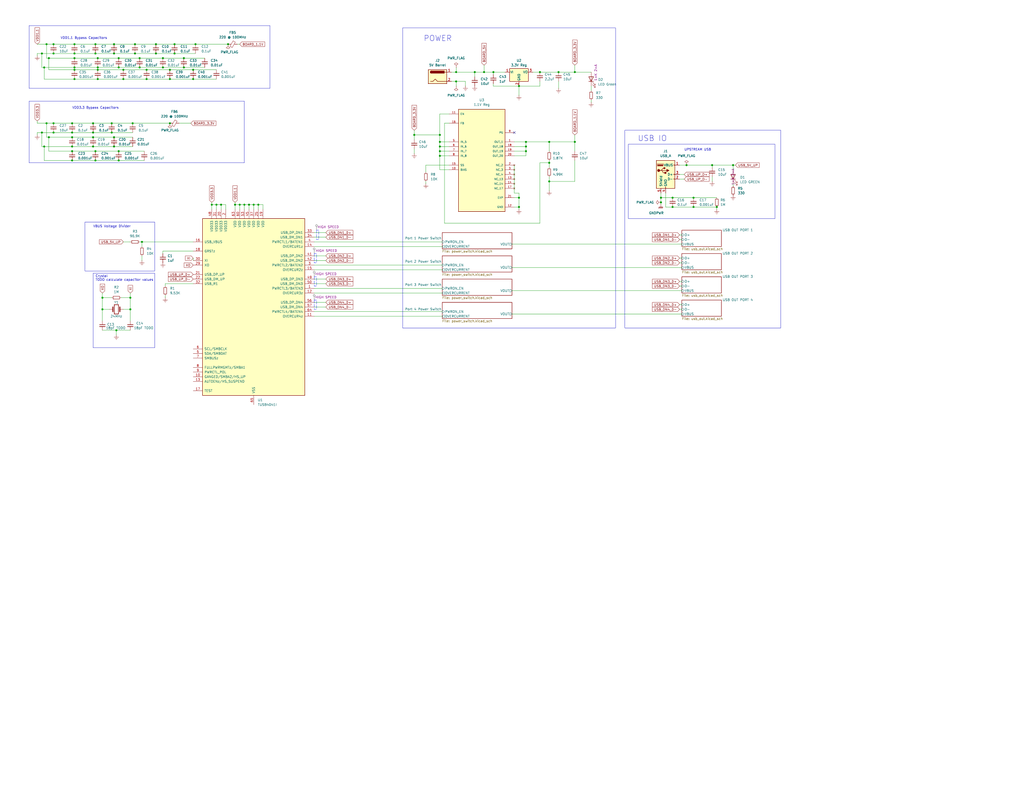
<source format=kicad_sch>
(kicad_sch (version 20250114) (generator "eeschema") (generator_version "9.0")
  (paper "C")
  (title_block (title "TUSB4041PAP"))
  (rectangle (start 219.71 15.24) (end 335.915 179.07))
  (rectangle (start 340.995 71.12) (end 426.085 179.07))
  (rectangle (start 342.9 78.74) (end 422.91 119.38))
  (rectangle (start 46.355 121.285) (end 84.455 147.955))
  (rectangle (start 15.875 55.245) (end 133.35 88.9))
  (rectangle (start 50.8 149.225) (end 84.455 189.865))
  (rectangle (start 15.875 13.97) (end 147.32 48.26))
  (text "UPSTREAM USB" (at 373.38 82.55 0) (effects (font (size 1.27 1.27)) (justify left bottom)))
  (text "VDD1.1 Bypass Capacitors" (at 33.02 21.59 0) (effects (font (size 1.27 1.27)) (justify left bottom)))
  (text "Design Notes\n\n- differential impedance of 90Ohm\n- each differential pair should be 5*trace width apart \n- route all pairs on same layer, next to ground plane\n- avoid 90 degree bends, keep left and right bends equal\n- differential pairs should not exceed 50 mils relative distance\n" (at 124.46 -11.43 0) (effects (font (size 3 3)) (justify left bottom)))
  (text "VDD3.3 Bypass Capacitors" (at 39.37 59.69 0) (effects (font (size 1.27 1.27)) (justify left bottom)))
  (text "USB IO" (at 347.98 77.47 0) (effects (font (size 3 3)) (justify left bottom)))
  (text "Crystal\nTODO calculate capacitor values" (at 52.07 153.67 0) (effects (font (size 1.27 1.27)) (justify left bottom)))
  (text "POWER" (at 231.14 22.86 0) (effects (font (size 3 3)) (justify left bottom)))
  (text "VBUS Voltage Divider" (at 50.8 124.46 0) (effects (font (size 1.27 1.27)) (justify left bottom)))
  (junction (at 76.2 36.83))
  (junction (at 29.21 67.31))
  (junction (at 283.21 46.99))
  (junction (at 105.41 38.1))
  (junction (at 62.23 29.21))
  (junction (at 313.69 77.47))
  (junction (at 374.65 90.17))
  (junction (at 29.21 72.39))
  (junction (at 73.66 24.13))
  (junction (at 25.4 24.13))
  (junction (at 287.02 77.47))
  (junction (at 22.86 29.21))
  (junction (at 115.57 111.76))
  (junction (at 248.92 44.45))
  (junction (at 71.12 162.56))
  (junction (at 62.23 24.13))
  (junction (at 76.2 31.75))
  (junction (at 85.09 29.21))
  (junction (at 226.06 73.66))
  (junction (at 80.01 43.18))
  (junction (at 40.64 29.21))
  (junction (at 52.07 82.55))
  (junction (at 240.03 80.01))
  (junction (at 39.37 80.01))
  (junction (at 378.46 107.95))
  (junction (at 52.07 87.63))
  (junction (at 388.62 90.17))
  (junction (at 25.4 67.31))
  (junction (at 259.08 39.37))
  (junction (at 240.03 77.47))
  (junction (at 391.16 113.03))
  (junction (at 367.03 107.95))
  (junction (at 26.67 31.75))
  (junction (at 67.31 43.18))
  (junction (at 378.46 113.03))
  (junction (at 299.72 99.06))
  (junction (at 106.68 24.13))
  (junction (at 53.34 38.1))
  (junction (at 52.07 24.13))
  (junction (at 88.9 31.75))
  (junction (at 140.97 111.76))
  (junction (at 287.02 82.55))
  (junction (at 77.47 132.08))
  (junction (at 283.21 107.95))
  (junction (at 64.77 31.75))
  (junction (at 100.33 36.83))
  (junction (at 26.67 74.93))
  (junction (at 133.35 111.76))
  (junction (at 85.09 24.13))
  (junction (at 39.37 74.93))
  (junction (at 294.64 39.37))
  (junction (at 64.77 36.83))
  (junction (at 29.21 24.13))
  (junction (at 71.12 168.91))
  (junction (at 95.25 24.13))
  (junction (at 269.24 39.37))
  (junction (at 72.39 67.31))
  (junction (at 240.03 82.55))
  (junction (at 400.05 90.17))
  (junction (at 138.43 111.76))
  (junction (at 22.86 72.39))
  (junction (at 62.23 80.01))
  (junction (at 53.34 36.83))
  (junction (at 287.02 80.01))
  (junction (at 313.69 39.37))
  (junction (at 67.31 38.1))
  (junction (at 73.66 29.21))
  (junction (at 39.37 87.63))
  (junction (at 360.68 107.95))
  (junction (at 39.37 67.31))
  (junction (at 60.96 72.39))
  (junction (at 118.11 111.76))
  (junction (at 40.64 31.75))
  (junction (at 64.77 87.63))
  (junction (at 100.33 31.75))
  (junction (at 24.13 36.83))
  (junction (at 60.96 67.31))
  (junction (at 92.71 67.31))
  (junction (at 53.34 31.75))
  (junction (at 92.71 38.1))
  (junction (at 40.64 24.13))
  (junction (at 50.8 72.39))
  (junction (at 29.21 29.21))
  (junction (at 39.37 72.39))
  (junction (at 299.72 88.9))
  (junction (at 40.64 38.1))
  (junction (at 52.07 29.21))
  (junction (at 50.8 67.31))
  (junction (at 62.23 74.93))
  (junction (at 283.21 113.03))
  (junction (at 50.8 74.93))
  (junction (at 50.8 80.01))
  (junction (at 240.03 85.09))
  (junction (at 92.71 43.18))
  (junction (at 80.01 38.1))
  (junction (at 88.9 36.83))
  (junction (at 128.27 111.76))
  (junction (at 135.89 111.76))
  (junction (at 130.81 111.76))
  (junction (at 24.13 80.01))
  (junction (at 360.68 110.49))
  (junction (at 63.5 180.34))
  (junction (at 40.64 43.18))
  (junction (at 40.64 36.83))
  (junction (at 264.16 39.37))
  (junction (at 124.46 24.13))
  (junction (at 299.72 77.47))
  (junction (at 53.34 43.18))
  (junction (at 64.77 82.55))
  (junction (at 105.41 43.18))
  (junction (at 304.8 39.37))
  (junction (at 95.25 29.21))
  (junction (at 367.03 113.03))
  (junction (at 55.88 168.91))
  (junction (at 248.92 39.37))
  (junction (at 240.03 73.66))
  (junction (at 39.37 82.55))
  (junction (at 55.88 162.56))
  (junction (at 120.65 111.76))
  (no_connect (at 280.67 72.39))
  (wire (pts (xy 240.03 82.55) (xy 240.03 80.01)))
  (wire (pts (xy 71.12 162.56) (xy 66.04 162.56)))
  (wire (pts (xy 50.8 80.01) (xy 62.23 80.01)))
  (wire (pts (xy 248.92 44.45) (xy 254 44.45)))
  (wire (pts (xy 259.08 39.37) (xy 259.08 41.91)))
  (wire (pts (xy 360.68 107.95) (xy 360.68 110.49)))
  (wire (pts (xy 88.9 31.75) (xy 100.33 31.75)))
  (wire (pts (xy 240.03 62.23) (xy 240.03 73.66)))
  (wire (pts (xy 52.07 87.63) (xy 64.77 87.63)))
  (wire (pts (xy 50.8 67.31) (xy 60.96 67.31)))
  (wire (pts (xy 26.67 82.55) (xy 39.37 82.55)))
  (wire (pts (xy 280.67 77.47) (xy 287.02 77.47)))
  (wire (pts (xy 115.57 111.76) (xy 115.57 114.3)))
  (wire (pts (xy 29.21 67.31) (xy 25.4 67.31)))
  (wire (pts (xy 64.77 31.75) (xy 76.2 31.75)))
  (wire (pts (xy 90.17 161.29) (xy 90.17 162.56)))
  (wire (pts (xy 367.03 107.95) (xy 378.46 107.95)))
  (wire (pts (xy 120.65 114.3) (xy 120.65 111.76)))
  (wire (pts (xy 232.41 90.17) (xy 232.41 93.98)))
  (wire (pts (xy 171.45 152.4) (xy 177.8 152.4)))
  (wire (pts (xy 115.57 110.49) (xy 115.57 111.76)))
  (wire (pts (xy 50.8 72.39) (xy 60.96 72.39)))
  (wire (pts (xy 299.72 99.06) (xy 313.69 99.06)))
  (wire (pts (xy 80.01 43.18) (xy 92.71 43.18)))
  (wire (pts (xy 248.92 39.37) (xy 259.08 39.37)))
  (wire (pts (xy 171.45 172.72) (xy 241.3 172.72)))
  (wire (pts (xy 264.16 39.37) (xy 269.24 39.37)))
  (wire (pts (xy 388.62 90.17) (xy 388.62 91.44)))
  (wire (pts (xy 24.13 87.63) (xy 39.37 87.63)))
  (wire (pts (xy 92.71 67.31) (xy 72.39 67.31)))
  (wire (pts (xy 100.33 31.75) (xy 111.76 31.75)))
  (wire (pts (xy 53.34 43.18) (xy 67.31 43.18)))
  (wire (pts (xy 123.19 114.3) (xy 123.19 111.76)))
  (wire (pts (xy 280.67 107.95) (xy 283.21 107.95)))
  (wire (pts (xy 138.43 111.76) (xy 140.97 111.76)))
  (wire (pts (xy 240.03 80.01) (xy 245.11 80.01)))
  (wire (pts (xy 400.05 90.17) (xy 400.05 92.71)))
  (wire (pts (xy 88.9 138.43) (xy 88.9 137.16)))
  (wire (pts (xy 313.69 77.47) (xy 313.69 82.55)))
  (wire (pts (xy 367.03 113.03) (xy 378.46 113.03)))
  (wire (pts (xy 269.24 39.37) (xy 269.24 40.64)))
  (wire (pts (xy 20.32 29.21) (xy 22.86 29.21)))
  (wire (pts (xy 248.92 46.99) (xy 248.92 44.45)))
  (wire (pts (xy 322.58 46.99) (xy 322.58 49.53)))
  (wire (pts (xy 171.45 147.32) (xy 241.3 147.32)))
  (wire (pts (xy 55.88 168.91) (xy 55.88 175.26)))
  (wire (pts (xy 363.22 113.03) (xy 367.03 113.03)))
  (wire (pts (xy 120.65 111.76) (xy 118.11 111.76)))
  (wire (pts (xy 388.62 96.52) (xy 388.62 99.06)))
  (wire (pts (xy 279.4 146.05) (xy 372.11 146.05)))
  (wire (pts (xy 90.17 154.94) (xy 90.17 156.21)))
  (wire (pts (xy 240.03 73.66) (xy 240.03 77.47)))
  (wire (pts (xy 20.32 24.13) (xy 25.4 24.13)))
  (wire (pts (xy 171.45 167.64) (xy 177.8 167.64)))
  (wire (pts (xy 360.68 105.41) (xy 360.68 107.95)))
  (wire (pts (xy 391.16 113.03) (xy 391.16 114.3)))
  (wire (pts (xy 77.47 132.08) (xy 105.41 132.08)))
  (wire (pts (xy 129.54 24.13) (xy 130.81 24.13)))
  (wire (pts (xy 39.37 74.93) (xy 50.8 74.93)))
  (wire (pts (xy 95.25 24.13) (xy 106.68 24.13)))
  (wire (pts (xy 378.46 107.95) (xy 391.16 107.95)))
  (wire (pts (xy 40.64 36.83) (xy 53.34 36.83)))
  (wire (pts (xy 254 44.45) (xy 254 46.99)))
  (wire (pts (xy 400.05 90.17) (xy 401.32 90.17)))
  (wire (pts (xy 88.9 36.83) (xy 100.33 36.83)))
  (wire (pts (xy 92.71 43.18) (xy 105.41 43.18)))
  (wire (pts (xy 280.67 82.55) (xy 287.02 82.55)))
  (wire (pts (xy 55.88 162.56) (xy 60.96 162.56)))
  (wire (pts (xy 245.11 90.17) (xy 232.41 90.17)))
  (wire (pts (xy 130.81 114.3) (xy 130.81 111.76)))
  (wire (pts (xy 55.88 168.91) (xy 59.69 168.91)))
  (wire (pts (xy 360.68 107.95) (xy 367.03 107.95)))
  (wire (pts (xy 25.4 67.31) (xy 20.32 67.31)))
  (wire (pts (xy 29.21 72.39) (xy 22.86 72.39)))
  (wire (pts (xy 64.77 87.63) (xy 78.74 87.63)))
  (wire (pts (xy 283.21 105.41) (xy 283.21 107.95)))
  (wire (pts (xy 313.69 39.37) (xy 322.58 39.37)))
  (wire (pts (xy 67.31 43.18) (xy 80.01 43.18)))
  (wire (pts (xy 25.4 67.31) (xy 25.4 74.93)))
  (wire (pts (xy 171.45 154.94) (xy 177.8 154.94)))
  (wire (pts (xy 290.83 39.37) (xy 294.64 39.37)))
  (wire (pts (xy 245.11 92.71) (xy 240.03 92.71)))
  (wire (pts (xy 71.12 160.02) (xy 71.12 162.56)))
  (wire (pts (xy 24.13 36.83) (xy 24.13 43.18)))
  (wire (pts (xy 63.5 180.34) (xy 71.12 180.34)))
  (wire (pts (xy 62.23 74.93) (xy 72.39 74.93)))
  (wire (pts (xy 313.69 99.06) (xy 313.69 87.63)))
  (wire (pts (xy 360.68 110.49) (xy 360.68 111.76)))
  (wire (pts (xy 171.45 139.7) (xy 177.8 139.7)))
  (wire (pts (xy 73.66 29.21) (xy 85.09 29.21)))
  (wire (pts (xy 100.33 36.83) (xy 111.76 36.83)))
  (wire (pts (xy 171.45 132.08) (xy 241.3 132.08)))
  (wire (pts (xy 287.02 80.01) (xy 287.02 77.47)))
  (wire (pts (xy 140.97 114.3) (xy 140.97 111.76)))
  (wire (pts (xy 171.45 127) (xy 177.8 127)))
  (wire (pts (xy 279.4 158.75) (xy 372.11 158.75)))
  (wire (pts (xy 287.02 82.55) (xy 287.02 80.01)))
  (wire (pts (xy 269.24 45.72) (xy 269.24 46.99)))
  (wire (pts (xy 299.72 96.52) (xy 299.72 99.06)))
  (wire (pts (xy 279.4 133.35) (xy 372.11 133.35)))
  (wire (pts (xy 248.92 36.83) (xy 248.92 39.37)))
  (wire (pts (xy 283.21 46.99) (xy 283.21 52.07)))
  (wire (pts (xy 55.88 162.56) (xy 55.88 168.91)))
  (wire (pts (xy 299.72 88.9) (xy 299.72 91.44)))
  (wire (pts (xy 372.11 140.97) (xy 370.84 140.97)))
  (wire (pts (xy 105.41 38.1) (xy 118.11 38.1)))
  (wire (pts (xy 67.31 168.91) (xy 71.12 168.91)))
  (wire (pts (xy 55.88 160.02) (xy 55.88 162.56)))
  (wire (pts (xy 24.13 36.83) (xy 40.64 36.83)))
  (wire (pts (xy 294.64 88.9) (xy 299.72 88.9)))
  (wire (pts (xy 370.84 95.25) (xy 373.38 95.25)))
  (wire (pts (xy 40.64 38.1) (xy 53.34 38.1)))
  (wire (pts (xy 40.64 43.18) (xy 53.34 43.18)))
  (wire (pts (xy 372.11 168.91) (xy 370.84 168.91)))
  (wire (pts (xy 322.58 54.61) (xy 322.58 55.88)))
  (wire (pts (xy 62.23 24.13) (xy 73.66 24.13)))
  (wire (pts (xy 299.72 77.47) (xy 299.72 82.55)))
  (wire (pts (xy 280.67 105.41) (xy 283.21 105.41)))
  (wire (pts (xy 22.86 72.39) (xy 20.32 72.39)))
  (wire (pts (xy 39.37 87.63) (xy 52.07 87.63)))
  (wire (pts (xy 245.11 62.23) (xy 240.03 62.23)))
  (wire (pts (xy 171.45 129.54) (xy 177.8 129.54)))
  (wire (pts (xy 299.72 77.47) (xy 313.69 77.47)))
  (wire (pts (xy 22.86 36.83) (xy 24.13 36.83)))
  (wire (pts (xy 97.79 67.31) (xy 104.14 67.31)))
  (wire (pts (xy 105.41 43.18) (xy 118.11 43.18)))
  (wire (pts (xy 226.06 71.12) (xy 226.06 73.66)))
  (wire (pts (xy 372.11 166.37) (xy 370.84 166.37)))
  (wire (pts (xy 105.41 140.97) (xy 105.41 142.24)))
  (wire (pts (xy 22.86 80.01) (xy 24.13 80.01)))
  (wire (pts (xy 22.86 72.39) (xy 22.86 80.01)))
  (wire (pts (xy 22.86 29.21) (xy 22.86 36.83)))
  (wire (pts (xy 39.37 82.55) (xy 52.07 82.55)))
  (wire (pts (xy 118.11 114.3) (xy 118.11 111.76)))
  (wire (pts (xy 63.5 180.34) (xy 63.5 182.88)))
  (wire (pts (xy 138.43 114.3) (xy 138.43 111.76)))
  (wire (pts (xy 388.62 90.17) (xy 400.05 90.17)))
  (wire (pts (xy 171.45 134.62) (xy 241.3 134.62)))
  (wire (pts (xy 133.35 111.76) (xy 135.89 111.76)))
  (wire (pts (xy 71.12 168.91) (xy 71.12 175.26)))
  (wire (pts (xy 76.2 36.83) (xy 88.9 36.83)))
  (wire (pts (xy 372.11 156.21) (xy 370.84 156.21)))
  (wire (pts (xy 53.34 36.83) (xy 64.77 36.83)))
  (wire (pts (xy 26.67 31.75) (xy 26.67 38.1)))
  (wire (pts (xy 130.81 111.76) (xy 128.27 111.76)))
  (wire (pts (xy 26.67 74.93) (xy 26.67 82.55)))
  (wire (pts (xy 106.68 24.13) (xy 124.46 24.13)))
  (wire (pts (xy 240.03 82.55) (xy 240.03 85.09)))
  (wire (pts (xy 372.11 143.51) (xy 370.84 143.51)))
  (wire (pts (xy 269.24 46.99) (xy 283.21 46.99)))
  (wire (pts (xy 52.07 24.13) (xy 62.23 24.13)))
  (wire (pts (xy 55.88 180.34) (xy 63.5 180.34)))
  (wire (pts (xy 135.89 114.3) (xy 135.89 111.76)))
  (wire (pts (xy 143.51 114.3) (xy 143.51 111.76)))
  (wire (pts (xy 25.4 31.75) (xy 26.67 31.75)))
  (wire (pts (xy 60.96 67.31) (xy 72.39 67.31)))
  (wire (pts (xy 20.32 66.04) (xy 20.32 67.31)))
  (wire (pts (xy 400.05 100.33) (xy 400.05 101.6)))
  (wire (pts (xy 143.51 111.76) (xy 140.97 111.76)))
  (wire (pts (xy 240.03 85.09) (xy 240.03 92.71)))
  (wire (pts (xy 242.57 67.31) (xy 242.57 121.92)))
  (wire (pts (xy 372.11 130.81) (xy 370.84 130.81)))
  (wire (pts (xy 64.77 82.55) (xy 78.74 82.55)))
  (wire (pts (xy 26.67 31.75) (xy 40.64 31.75)))
  (wire (pts (xy 25.4 24.13) (xy 25.4 31.75)))
  (wire (pts (xy 264.16 35.56) (xy 264.16 39.37)))
  (wire (pts (xy 280.67 85.09) (xy 287.02 85.09)))
  (wire (pts (xy 39.37 72.39) (xy 29.21 72.39)))
  (wire (pts (xy 73.66 24.13) (xy 85.09 24.13)))
  (wire (pts (xy 246.38 39.37) (xy 248.92 39.37)))
  (wire (pts (xy 370.84 97.79) (xy 373.38 97.79)))
  (wire (pts (xy 279.4 171.45) (xy 372.11 171.45)))
  (wire (pts (xy 372.11 153.67) (xy 370.84 153.67)))
  (wire (pts (xy 372.11 128.27) (xy 370.84 128.27)))
  (wire (pts (xy 283.21 113.03) (xy 280.67 113.03)))
  (wire (pts (xy 40.64 24.13) (xy 52.07 24.13)))
  (wire (pts (xy 39.37 72.39) (xy 50.8 72.39)))
  (wire (pts (xy 80.01 38.1) (xy 92.71 38.1)))
  (wire (pts (xy 52.07 82.55) (xy 64.77 82.55)))
  (wire (pts (xy 171.45 142.24) (xy 177.8 142.24)))
  (wire (pts (xy 283.21 107.95) (xy 283.21 113.03)))
  (wire (pts (xy 88.9 137.16) (xy 105.41 137.16)))
  (wire (pts (xy 76.2 132.08) (xy 77.47 132.08)))
  (wire (pts (xy 294.64 39.37) (xy 304.8 39.37)))
  (wire (pts (xy 20.32 29.21) (xy 20.32 30.48)))
  (wire (pts (xy 245.11 67.31) (xy 242.57 67.31)))
  (wire (pts (xy 240.03 80.01) (xy 240.03 77.47)))
  (wire (pts (xy 24.13 80.01) (xy 39.37 80.01)))
  (wire (pts (xy 133.35 114.3) (xy 133.35 111.76)))
  (wire (pts (xy 40.64 29.21) (xy 29.21 29.21)))
  (wire (pts (xy 240.03 82.55) (xy 245.11 82.55)))
  (wire (pts (xy 95.25 29.21) (xy 106.68 29.21)))
  (wire (pts (xy 22.86 29.21) (xy 29.21 29.21)))
  (wire (pts (xy 123.19 111.76) (xy 120.65 111.76)))
  (wire (pts (xy 226.06 73.66) (xy 240.03 73.66)))
  (wire (pts (xy 299.72 88.9) (xy 299.72 87.63)))
  (wire (pts (xy 370.84 90.17) (xy 374.65 90.17)))
  (wire (pts (xy 226.06 81.28) (xy 226.06 83.82)))
  (wire (pts (xy 25.4 74.93) (xy 26.67 74.93)))
  (wire (pts (xy 299.72 99.06) (xy 299.72 104.14)))
  (wire (pts (xy 26.67 38.1) (xy 40.64 38.1)))
  (wire (pts (xy 130.81 111.76) (xy 133.35 111.76)))
  (wire (pts (xy 85.09 29.21) (xy 95.25 29.21)))
  (wire (pts (xy 171.45 157.48) (xy 241.3 157.48)))
  (wire (pts (xy 171.45 170.18) (xy 241.3 170.18)))
  (wire (pts (xy 171.45 160.02) (xy 241.3 160.02)))
  (wire (pts (xy 39.37 67.31) (xy 29.21 67.31)))
  (wire (pts (xy 259.08 39.37) (xy 264.16 39.37)))
  (wire (pts (xy 92.71 38.1) (xy 105.41 38.1)))
  (wire (pts (xy 294.64 46.99) (xy 283.21 46.99)))
  (wire (pts (xy 226.06 73.66) (xy 226.06 76.2)))
  (wire (pts (xy 77.47 139.7) (xy 77.47 142.24)))
  (wire (pts (xy 304.8 39.37) (xy 313.69 39.37)))
  (wire (pts (xy 40.64 31.75) (xy 53.34 31.75)))
  (wire (pts (xy 245.11 85.09) (xy 240.03 85.09)))
  (wire (pts (xy 39.37 67.31) (xy 50.8 67.31)))
  (wire (pts (xy 76.2 31.75) (xy 88.9 31.75)))
  (wire (pts (xy 240.03 77.47) (xy 245.11 77.47)))
  (wire (pts (xy 85.09 24.13) (xy 95.25 24.13)))
  (wire (pts (xy 313.69 73.66) (xy 313.69 77.47)))
  (wire (pts (xy 40.64 24.13) (xy 29.21 24.13)))
  (wire (pts (xy 71.12 162.56) (xy 71.12 168.91)))
  (wire (pts (xy 52.07 29.21) (xy 62.23 29.21)))
  (wire (pts (xy 53.34 38.1) (xy 67.31 38.1)))
  (wire (pts (xy 62.23 29.21) (xy 73.66 29.21)))
  (wire (pts (xy 135.89 111.76) (xy 138.43 111.76)))
  (wire (pts (xy 378.46 113.03) (xy 391.16 113.03)))
  (wire (pts (xy 128.27 110.49) (xy 128.27 111.76)))
  (wire (pts (xy 287.02 77.47) (xy 299.72 77.47)))
  (wire (pts (xy 287.02 85.09) (xy 287.02 82.55)))
  (wire (pts (xy 24.13 43.18) (xy 40.64 43.18)))
  (wire (pts (xy 67.31 38.1) (xy 80.01 38.1)))
  (wire (pts (xy 269.24 39.37) (xy 275.59 39.37)))
  (wire (pts (xy 171.45 165.1) (xy 177.8 165.1)))
  (wire (pts (xy 374.65 90.17) (xy 388.62 90.17)))
  (wire (pts (xy 77.47 132.08) (xy 77.47 134.62)))
  (wire (pts (xy 171.45 144.78) (xy 241.3 144.78)))
  (wire (pts (xy 64.77 36.83) (xy 76.2 36.83)))
  (wire (pts (xy 280.67 90.17) (xy 280.67 105.41)))
  (wire (pts (xy 53.34 31.75) (xy 64.77 31.75)))
  (wire (pts (xy 24.13 80.01) (xy 24.13 87.63)))
  (wire (pts (xy 242.57 121.92) (xy 294.64 121.92)))
  (wire (pts (xy 313.69 35.56) (xy 313.69 39.37)))
  (wire (pts (xy 60.96 72.39) (xy 72.39 72.39)))
  (wire (pts (xy 363.22 105.41) (xy 363.22 113.03)))
  (wire (pts (xy 26.67 74.93) (xy 39.37 74.93)))
  (wire (pts (xy 246.38 44.45) (xy 248.92 44.45)))
  (wire (pts (xy 304.8 44.45) (xy 304.8 48.26)))
  (wire (pts (xy 20.32 72.39) (xy 20.32 73.66)))
  (wire (pts (xy 39.37 80.01) (xy 50.8 80.01)))
  (wire (pts (xy 62.23 80.01) (xy 72.39 80.01)))
  (wire (pts (xy 232.41 99.06) (xy 232.41 100.33)))
  (wire (pts (xy 50.8 74.93) (xy 62.23 74.93)))
  (wire (pts (xy 115.57 111.76) (xy 118.11 111.76)))
  (wire (pts (xy 40.64 29.21) (xy 52.07 29.21)))
  (wire (pts (xy 280.67 80.01) (xy 287.02 80.01)))
  (wire (pts (xy 128.27 111.76) (xy 128.27 114.3)))
  (wire (pts (xy 294.64 88.9) (xy 294.64 121.92)))
  (wire (pts (xy 283.21 113.03) (xy 283.21 114.3)))
  (wire (pts (xy 25.4 24.13) (xy 29.21 24.13)))
  (wire (pts (xy 67.31 132.08) (xy 71.12 132.08)))
  (wire (pts (xy 105.41 154.94) (xy 90.17 154.94)))
  (wire (pts (xy 294.64 44.45) (xy 294.64 46.99)))
  (global_label "USB_DN1_D+" (shape input) (at 177.8 127 0) (property "Intersheetrefs" "${INTERSHEET_REFS}" (effects (hide yes))))
  (global_label "USB_DN3_D+" (shape input) (at 177.8 152.4 0) (property "Intersheetrefs" "${INTERSHEET_REFS}" (effects (hide yes))))
  (global_label "USB_DN2_D+" (shape input) (at 177.8 139.7 0) (property "Intersheetrefs" "${INTERSHEET_REFS}" (effects (hide yes))))
  (global_label "USB_DN3_D-" (shape input) (at 370.84 156.21 180) (property "Intersheetrefs" "${INTERSHEET_REFS}" (effects (hide yes))))
  (global_label "BOARD_3.3V" (shape input) (at 104.14 67.31 0) (property "Intersheetrefs" "${INTERSHEET_REFS}" (effects (hide yes))))
  (global_label "USB_DN2_D-" (shape input) (at 177.8 142.24 0) (property "Intersheetrefs" "${INTERSHEET_REFS}" (effects (hide yes))))
  (global_label "USB_DN4_D+" (shape input) (at 370.84 166.37 180) (property "Intersheetrefs" "${INTERSHEET_REFS}" (effects (hide yes))))
  (global_label "USB_UP_D+" (shape input) (at 373.38 95.25 0) (property "Intersheetrefs" "${INTERSHEET_REFS}" (effects (hide yes))))
  (global_label "USB_DN4_D+" (shape input) (at 177.8 165.1 0) (property "Intersheetrefs" "${INTERSHEET_REFS}" (effects (hide yes))))
  (global_label "USB_DN1_D-" (shape input) (at 177.8 129.54 0) (property "Intersheetrefs" "${INTERSHEET_REFS}" (effects (hide yes))))
  (global_label "XO" (shape input) (at 55.88 160.02 90) (property "Intersheetrefs" "${INTERSHEET_REFS}" (effects (hide yes))))
  (global_label "USB_DN3_D+" (shape input) (at 370.84 153.67 180) (property "Intersheetrefs" "${INTERSHEET_REFS}" (effects (hide yes))))
  (global_label "BOARD_3.3V" (shape input) (at 226.06 71.12 90) (property "Intersheetrefs" "${INTERSHEET_REFS}" (effects (hide yes))))
  (global_label "USB_DN2_D-" (shape input) (at 370.84 143.51 180) (property "Intersheetrefs" "${INTERSHEET_REFS}" (effects (hide yes))))
  (global_label "USB_DN4_D-" (shape input) (at 370.84 168.91 180) (property "Intersheetrefs" "${INTERSHEET_REFS}" (effects (hide yes))))
  (global_label "USB_5V_UP" (shape input) (at 67.31 132.08 180) (property "Intersheetrefs" "${INTERSHEET_REFS}" (effects (hide yes))))
  (global_label "USB_DN4_D-" (shape input) (at 177.8 167.64 0) (property "Intersheetrefs" "${INTERSHEET_REFS}" (effects (hide yes))))
  (global_label "USB_UP_D-" (shape input) (at 105.41 152.4 180) (property "Intersheetrefs" "${INTERSHEET_REFS}" (effects (hide yes))))
  (global_label "VDD3.3" (shape input) (at 115.57 110.49 90) (property "Intersheetrefs" "${INTERSHEET_REFS}" (effects (hide yes))))
  (global_label "USB_UP_D-" (shape input) (at 373.38 97.79 0) (property "Intersheetrefs" "${INTERSHEET_REFS}" (effects (hide yes))))
  (global_label "USB_DN1_D-" (shape input) (at 370.84 130.81 180) (property "Intersheetrefs" "${INTERSHEET_REFS}" (effects (hide yes))))
  (global_label "USB_DN3_D-" (shape input) (at 177.8 154.94 0) (property "Intersheetrefs" "${INTERSHEET_REFS}" (effects (hide yes))))
  (global_label "XI" (shape input) (at 71.12 160.02 90) (property "Intersheetrefs" "${INTERSHEET_REFS}" (effects (hide yes))))
  (global_label "BOARD_1.1V" (shape input) (at 130.81 24.13 0) (property "Intersheetrefs" "${INTERSHEET_REFS}" (effects (hide yes))))
  (global_label "XO" (shape input) (at 105.41 144.78 180) (property "Intersheetrefs" "${INTERSHEET_REFS}" (effects (hide yes))))
  (global_label "XI" (shape input) (at 105.41 140.97 180) (property "Intersheetrefs" "${INTERSHEET_REFS}" (effects (hide yes))))
  (global_label "USB_UP_D+" (shape input) (at 105.41 149.86 180) (property "Intersheetrefs" "${INTERSHEET_REFS}" (effects (hide yes))))
  (global_label "BOARD_3.3V" (shape input) (at 313.69 35.56 90) (property "Intersheetrefs" "${INTERSHEET_REFS}" (effects (hide yes))))
  (global_label "BOARD_5V" (shape input) (at 264.16 35.56 90) (property "Intersheetrefs" "${INTERSHEET_REFS}" (effects (hide yes))))
  (global_label "VDD1.1" (shape input) (at 20.32 24.13 90) (property "Intersheetrefs" "${INTERSHEET_REFS}" (effects (hide yes))))
  (global_label "VDD1.1" (shape input) (at 128.27 110.49 90) (property "Intersheetrefs" "${INTERSHEET_REFS}" (effects (hide yes))))
  (global_label "VDD3.3" (shape input) (at 20.32 66.04 90) (property "Intersheetrefs" "${INTERSHEET_REFS}" (effects (hide yes))))
  (global_label "USB_5V_UP" (shape input) (at 401.32 90.17 0) (property "Intersheetrefs" "${INTERSHEET_REFS}" (effects (hide yes))))
  (global_label "BOARD_1.1V" (shape input) (at 313.69 73.66 90) (property "Intersheetrefs" "${INTERSHEET_REFS}" (effects (hide yes))))
  (global_label "USB_DN1_D+" (shape input) (at 370.84 128.27 180) (property "Intersheetrefs" "${INTERSHEET_REFS}" (effects (hide yes))))
  (global_label "USB_DN2_D+" (shape input) (at 370.84 140.97 180) (property "Intersheetrefs" "${INTERSHEET_REFS}" (effects (hide yes))))
  (rule_area (polyline (pts (xy 171.45 151.13) (xy 171.45 156.21) (xy 172.72 156.21) (xy 172.72 151.13)) (stroke (width 0) (type dash) (color 0 11 255 1))))
  (rule_area (polyline (pts (xy 171.45 138.43) (xy 171.45 143.51) (xy 172.72 143.51) (xy 172.72 138.43)) (stroke (width 0) (type dash) (color 0 11 255 1))))
  (rule_area (polyline (pts (xy 172.72 125.73) (xy 172.72 130.81) (xy 173.99 130.81) (xy 173.99 125.73)) (stroke (width 0) (type dash) (color 0 11 255 1))))
  (rule_area (polyline (pts (xy 171.45 163.83) (xy 171.45 168.91) (xy 172.72 168.91) (xy 172.72 163.83)) (stroke (width 0) (type dash) (color 0 11 255 1))))
  (netclass_flag "" (length 2.54) (shape round) (at 171.45 163.83 0) (property "Netclass" "HIGH SPEED" (at 171.958 162.306 0) (effects (justify left))))
  (netclass_flag "" (length 2.54) (shape round) (at 171.45 151.13 0) (property "Netclass" "HIGH SPEED" (at 171.958 149.606 0) (effects (justify left))))
  (netclass_flag "" (length 2.54) (shape round) (at 171.45 138.43 0) (property "Netclass" "HIGH SPEED" (at 172.212 136.906 0) (effects (justify left))))
  (netclass_flag "" (length 2.54) (shape round) (at 172.72 125.73 0) (property "Netclass" "HIGH SPEED" (at 173.228 123.952 0) (effects (justify left))))
  (symbol (lib_id "Device:FerriteBead_Small") (at 95.25 67.31 90) (unit 1)
    (property "Reference" "FB6" (at 95.2119 60.96 90))
    (property "Value" "220 @ 100MHz" (at 95.2119 63.5 90))
  )
  (symbol (lib_id "power:Earth") (at 299.72 104.14 0) (unit 1)
    (property "Reference" "#PWR019" (effects (hide yes)))
    (property "Value" "Earth" (effects (hide yes)))
  )
  (symbol (lib_id "Device:LED") (at 400.05 96.52 90) (unit 1)
    (property "Reference" "D1" (at 403.86 96.8375 90) (effects (justify right)))
    (property "Value" "LED GREEN" (at 403.86 99.3775 90) (effects (justify right)))
    (property "Sim.Pins" "1=K 2=A" (at 400.05 96.52 0))
  )
  (symbol (lib_id "Device:C_Small") (at 71.12 177.8 0) (unit 1)
    (property "Reference" "C14" (at 74.295 176.5363 0) (effects (justify left)))
    (property "Value" "18pF TODO" (at 73.025 179.07 0) (effects (justify left)))
  )
  (symbol (lib_id "power:Earth") (at 322.58 55.88 0) (unit 1)
    (property "Reference" "#PWR015" (effects (hide yes)))
    (property "Value" "Earth" (effects (hide yes)))
  )
  (symbol (lib_id "power:Earth") (at 283.21 114.3 0) (mirror y) (unit 1)
    (property "Reference" "#PWR017" (effects (hide yes)))
    (property "Value" "Earth" (effects (hide yes)))
  )
  (symbol (lib_id "power:Earth") (at 304.8 48.26 0) (unit 1)
    (property "Reference" "#PWR014" (effects (hide yes)))
    (property "Value" "Earth" (effects (hide yes)))
  )
  (symbol (lib_id "Device:C_Small") (at 88.9 140.97 0) (unit 1)
    (property "Reference" "C1" (at 91.44 139.7063 0) (effects (justify left)))
    (property "Value" "1uF" (at 91.44 142.2463 0) (effects (justify left)))
  )
  (symbol (lib_id "Device:C_Small") (at 72.39 69.85 0) (unit 1)
    (property "Reference" "C5" (at 75.565 68.5863 0) (effects (justify left)))
    (property "Value" "0.1uF" (at 75.565 71.1263 0) (effects (justify left)))
  )
  (symbol (lib_id "power:Earth") (at 63.5 182.88 0) (unit 1)
    (property "Reference" "#PWR05" (effects (hide yes)))
    (property "Value" "Earth" (effects (hide yes)))
  )
  (symbol (lib_id "Device:C_Small") (at 294.64 41.91 0) (unit 1)
    (property "Reference" "C44" (at 297.18 40.6463 0) (effects (justify left)))
    (property "Value" "2.2uF" (at 297.18 43.1863 0) (effects (justify left)))
  )
  (symbol (lib_id "power:Earth") (at 20.32 30.48 0) (unit 1)
    (property "Reference" "#PWR04" (effects (hide yes)))
    (property "Value" "Earth" (effects (hide yes)))
  )
  (symbol (lib_id "power:PWR_FLAG") (at 248.92 36.83 0) (unit 1)
    (property "Reference" "#FLG01" (effects (hide yes)))
    (property "Value" "PWR_FLAG" (at 248.92 31.75 0))
    (property "Description" "Special symbol for telling ERC where power comes from" (effects (hide yes)))
  )
  (symbol (lib_id "Regulator_Linear:LD39150DT33") (at 283.21 39.37 0) (unit 1)
    (property "Reference" "U2" (at 283.21 33.02 0))
    (property "Value" "3.3V Reg" (at 283.21 35.56 0))
    (property "Footprint" "Package_TO_SOT_SMD:TO-252-3_TabPin2" (effects (hide yes)))
    (property "Datasheet" "https://www.st.com/resource/en/datasheet/ld39150.pdf" (effects (hide yes)))
  )
  (symbol (lib_id "Device:C_Small") (at 39.37 85.09 0) (unit 1)
    (property "Reference" "C23" (at 42.545 83.8263 0) (effects (justify left)))
    (property "Value" "0.001uF" (at 42.545 86.3663 0) (effects (justify left)))
  )
  (symbol (lib_id "Device:C_Small") (at 118.11 40.64 0) (unit 1)
    (property "Reference" "C41" (at 120.65 39.37 0) (effects (justify left)))
    (property "Value" "0.001uF" (at 120.65 41.91 0) (effects (justify left)))
  )
  (symbol (lib_id "Device:C_Small") (at 95.25 26.67 0) (unit 1)
    (property "Reference" "C11" (at 98.425 25.4063 0) (effects (justify left)))
    (property "Value" "0.1uF" (at 98.425 27.9463 0) (effects (justify left)))
  )
  (symbol (lib_id "Device:C_Small") (at 88.9 34.29 0) (unit 1)
    (property "Reference" "C32" (at 91.44 33.0263 0) (effects (justify left)))
    (property "Value" "0.01uF" (at 91.44 35.5663 0) (effects (justify left)))
  )
  (symbol (lib_id "Device:C_Small") (at 67.31 40.64 0) (unit 1)
    (property "Reference" "C37" (at 69.85 39.3763 0) (effects (justify left)))
    (property "Value" "0.001uF" (at 69.85 41.9163 0) (effects (justify left)))
  )
  (symbol (lib_id "Device:C_Small") (at 259.08 44.45 0) (unit 1)
    (property "Reference" "C42" (at 262.255 43.1863 0) (effects (justify left)))
    (property "Value" "10uF" (at 262.255 45.7263 0) (effects (justify left)))
  )
  (symbol (lib_id "Device:C_Small") (at 62.23 26.67 0) (unit 1)
    (property "Reference" "C8" (at 65.405 25.4063 0) (effects (justify left)))
    (property "Value" "0.1uF" (at 65.405 27.9463 0) (effects (justify left)))
  )
  (symbol (lib_id "Device:C_Small") (at 39.37 69.85 0) (unit 1)
    (property "Reference" "C2" (at 42.545 68.5863 0) (effects (justify left)))
    (property "Value" "0.1uF" (at 42.545 71.1263 0) (effects (justify left)))
  )
  (symbol (lib_id "power:PWR_FLAG") (at 374.65 90.17 0) (unit 1)
    (property "Reference" "#FLG03" (effects (hide yes)))
    (property "Value" "PWR_FLAG" (at 374.65 85.09 0))
    (property "Description" "Special symbol for telling ERC where power comes from" (effects (hide yes)))
  )
  (symbol (lib_id "Device:C_Small") (at 367.03 110.49 0) (unit 1)
    (property "Reference" "C16" (at 369.57 109.2263 0) (effects (justify left)))
    (property "Value" "0.1uF" (at 369.57 111.7663 0) (effects (justify left)))
  )
  (symbol (lib_id "Device:R_Small") (at 400.05 104.14 0) (unit 1)
    (property "Reference" "R5" (at 402.59 102.87 0) (effects (justify left)))
    (property "Value" "330" (at 402.59 105.41 0) (effects (justify left)))
  )
  (symbol (lib_id "power:Earth") (at 388.62 99.06 0) (unit 1)
    (property "Reference" "#PWR07" (effects (hide yes)))
    (property "Value" "Earth" (effects (hide yes)))
  )
  (symbol (lib_id "Device:C_Small") (at 50.8 69.85 0) (unit 1)
    (property "Reference" "C3" (at 53.975 68.5863 0) (effects (justify left)))
    (property "Value" "0.1uF" (at 53.975 71.1263 0) (effects (justify left)))
  )
  (symbol (lib_id "Device:R_Small") (at 391.16 110.49 0) (unit 1)
    (property "Reference" "R6" (at 393.065 109.22 0) (effects (justify left)))
    (property "Value" "1M" (at 393.065 111.76 0) (effects (justify left)))
  )
  (symbol (lib_id "Device:C_Small") (at 40.64 26.67 0) (unit 1)
    (property "Reference" "C6" (at 43.815 25.4063 0) (effects (justify left)))
    (property "Value" "0.1uF" (at 43.815 27.9463 0) (effects (justify left)))
  )
  (symbol (lib_id "power:Earth") (at 20.32 73.66 0) (unit 1)
    (property "Reference" "#PWR03" (effects (hide yes)))
    (property "Value" "Earth" (effects (hide yes)))
  )
  (symbol (lib_id "Device:C_Small") (at 388.62 93.98 0) (unit 1)
    (property "Reference" "C15" (at 391.795 92.7163 0) (effects (justify left)))
    (property "Value" "10uF" (at 391.795 95.2563 0) (effects (justify left)))
  )
  (symbol (lib_id "Device:R_Small") (at 232.41 96.52 0) (unit 1)
    (property "Reference" "R8" (at 234.95 95.25 0) (effects (justify left)))
    (property "Value" "10K" (at 234.95 97.79 0) (effects (justify left)))
  )
  (symbol (lib_id "Device:FerriteBead_Small") (at 127 24.13 90) (unit 1)
    (property "Reference" "FB5" (at 126.9619 17.78 90))
    (property "Value" "220 @ 100MHz" (at 126.9619 20.32 90))
  )
  (symbol (lib_id "power:PWR_FLAG") (at 124.46 24.13 180) (unit 1)
    (property "Reference" "#FLG06" (effects (hide yes)))
    (property "Value" "PWR_FLAG" (at 125.222 28.448 0))
    (property "Description" "Special symbol for telling ERC where power comes from" (effects (hide yes)))
  )
  (symbol (lib_id "Device:C_Small") (at 53.34 34.29 0) (unit 1)
    (property "Reference" "C29" (at 55.88 33.0263 0) (effects (justify left)))
    (property "Value" "0.01uF" (at 55.88 35.5663 0) (effects (justify left)))
  )
  (symbol (lib_id "Device:C_Small") (at 92.71 40.64 0) (unit 1)
    (property "Reference" "C39" (at 95.885 39.3763 0) (effects (justify left)))
    (property "Value" "0.001uF" (at 95.885 41.9163 0) (effects (justify left)))
  )
  (symbol (lib_id "power:Earth") (at 232.41 100.33 0) (unit 1)
    (property "Reference" "#PWR018" (effects (hide yes)))
    (property "Value" "Earth" (effects (hide yes)))
  )
  (symbol (lib_id "Device:R_Small") (at 73.66 132.08 90) (unit 1)
    (property "Reference" "R3" (at 73.66 126.365 90))
    (property "Value" "90.9K" (at 73.66 128.905 90))
  )
  (symbol (lib_id "power:PWR_FLAG") (at 360.68 110.49 90) (unit 1)
    (property "Reference" "#FLG04" (effects (hide yes)))
    (property "Value" "PWR_FLAG" (at 356.87 110.4899 90) (effects (justify left)))
    (property "Description" "Special symbol for telling ERC where power comes from" (effects (hide yes)))
  )
  (symbol (lib_id "Device:C_Small") (at 76.2 34.29 0) (unit 1)
    (property "Reference" "C31" (at 79.375 33.0263 0) (effects (justify left)))
    (property "Value" "0.01uF" (at 79.375 35.5663 0) (effects (justify left)))
  )
  (symbol (lib_id "Device:C_Small") (at 29.21 69.85 0) (unit 1)
    (property "Reference" "C27" (at 32.385 68.5863 0) (effects (justify left)))
    (property "Value" "10uF" (at 32.385 71.1263 0) (effects (justify left)))
  )
  (symbol (lib_id "Device:C_Small") (at 40.64 34.29 0) (unit 1)
    (property "Reference" "C28" (at 43.815 33.0263 0) (effects (justify left)))
    (property "Value" "0.01uF" (at 43.815 35.5663 0) (effects (justify left)))
  )
  (symbol (lib_id "Device:C_Small") (at 313.69 85.09 0) (unit 1)
    (property "Reference" "C47" (at 316.23 83.8263 0) (effects (justify left)))
    (property "Value" "10uF" (at 316.23 86.3663 0) (effects (justify left)))
  )
  (symbol (lib_id "Device:C_Small") (at 304.8 41.91 0) (unit 1)
    (property "Reference" "C45" (at 307.34 40.6463 0) (effects (justify left)))
    (property "Value" "10uF" (at 307.34 43.1863 0) (effects (justify left)))
  )
  (symbol (lib_id "Device:C_Small") (at 72.39 77.47 0) (unit 1)
    (property "Reference" "C21" (at 74.93 76.2063 0) (effects (justify left)))
    (property "Value" "0.01uF" (at 74.93 78.7463 0) (effects (justify left)))
  )
  (symbol (lib_id "power:Earth") (at 283.21 52.07 0) (unit 1)
    (property "Reference" "#PWR013" (effects (hide yes)))
    (property "Value" "Earth" (effects (hide yes)))
  )
  (symbol (lib_id "Device:Crystal") (at 63.5 168.91 0) (unit 1)
    (property "Reference" "Y1" (at 63.5 165.1 0))
    (property "Value" "24MHz" (at 63.5 172.72 0))
  )
  (symbol (lib_id "power:GNDPWR") (at 360.68 111.76 0) (unit 1)
    (property "Reference" "#PWR09" (effects (hide yes)))
    (property "Value" "GNDPWR" (at 358.14 116.332 0))
  )
  (symbol (lib_id "Device:C_Small") (at 106.68 26.67 0) (unit 1)
    (property "Reference" "C12" (at 109.855 25.4063 0) (effects (justify left)))
    (property "Value" "0.1uF" (at 109.855 27.9463 0) (effects (justify left)))
  )
  (symbol (lib_id "Device:C_Small") (at 226.06 78.74 0) (unit 1)
    (property "Reference" "C46" (at 228.6 77.4763 0) (effects (justify left)))
    (property "Value" "10uF" (at 228.6 80.0163 0) (effects (justify left)))
  )
  (symbol (lib_id "Device:C_Small") (at 29.21 26.67 0) (unit 1)
    (property "Reference" "C22" (at 32.385 25.4063 0) (effects (justify left)))
    (property "Value" "10uF" (at 32.385 27.9463 0) (effects (justify left)))
  )
  (symbol (lib_id "power:Earth") (at 90.17 162.56 0) (unit 1)
    (property "Reference" "#PWR02" (effects (hide yes)))
    (property "Value" "Earth" (effects (hide yes)))
  )
  (symbol (lib_id "Device:C_Small") (at 105.41 40.64 0) (unit 1)
    (property "Reference" "C40" (at 107.95 39.3763 0) (effects (justify left)))
    (property "Value" "0.001uF" (at 107.95 41.9163 0) (effects (justify left)))
  )
  (symbol (lib_id "Device:R_Small") (at 299.72 85.09 0) (unit 1)
    (property "Reference" "R10" (at 301.625 83.82 0) (effects (justify left)))
    (property "Value" "1.87K" (at 301.625 86.36 0) (effects (justify left)))
  )
  (symbol (lib_id "power:Earth") (at 391.16 114.3 0) (unit 1)
    (property "Reference" "#PWR010" (effects (hide yes)))
    (property "Value" "Earth" (effects (hide yes)))
  )
  (symbol (lib_id "Device:C_Small") (at 85.09 26.67 0) (unit 1)
    (property "Reference" "C10" (at 88.265 25.4063 0) (effects (justify left)))
    (property "Value" "0.1uF" (at 88.265 27.9463 0) (effects (justify left)))
  )
  (symbol (lib_id "Device:R_Small") (at 90.17 158.75 0) (unit 1)
    (property "Reference" "R1" (at 92.71 157.48 0) (effects (justify left)))
    (property "Value" "9.53K" (at 92.71 160.02 0) (effects (justify left)))
  )
  (symbol (lib_id "Device:C_Small") (at 60.96 69.85 0) (unit 1)
    (property "Reference" "C4" (at 64.135 68.5863 0) (effects (justify left)))
    (property "Value" "0.1uF" (at 64.135 71.1263 0) (effects (justify left)))
  )
  (symbol (lib_id "Device:C_Small") (at 80.01 40.64 0) (unit 1)
    (property "Reference" "C38" (at 82.55 39.3763 0) (effects (justify left)))
    (property "Value" "0.001uF" (at 82.55 41.9163 0) (effects (justify left)))
  )
  (symbol (lib_id "Device:C_Small") (at 64.77 85.09 0) (unit 1)
    (property "Reference" "C25" (at 67.945 83.8263 0) (effects (justify left)))
    (property "Value" "0.001uF" (at 67.945 86.3663 0) (effects (justify left)))
  )
  (symbol (lib_id "power:PWR_FLAG") (at 248.92 46.99 180) (unit 1)
    (property "Reference" "#FLG02" (effects (hide yes)))
    (property "Value" "PWR_FLAG" (at 248.92 52.07 0))
    (property "Description" "Special symbol for telling ERC where power comes from" (effects (hide yes)))
  )
  (symbol (lib_id "Device:C_Small") (at 269.24 43.18 0) (unit 1)
    (property "Reference" "C43" (at 272.415 41.9163 0) (effects (justify left)))
    (property "Value" "1uF" (at 272.415 44.4563 0) (effects (justify left)))
  )
  (symbol (lib_id "Device:C_Small") (at 52.07 85.09 0) (unit 1)
    (property "Reference" "C24" (at 55.245 83.8263 0) (effects (justify left)))
    (property "Value" "0.001uF" (at 55.245 86.3663 0) (effects (justify left)))
  )
  (symbol (lib_id "Device:C_Small") (at 52.07 26.67 0) (unit 1)
    (property "Reference" "C7" (at 55.245 25.4063 0) (effects (justify left)))
    (property "Value" "0.1uF" (at 55.245 27.9463 0) (effects (justify left)))
  )
  (symbol (lib_id "power:PWR_FLAG") (at 92.71 67.31 180) (unit 1)
    (property "Reference" "#FLG05" (effects (hide yes)))
    (property "Value" "PWR_FLAG" (at 92.71 71.12 0))
    (property "Description" "Special symbol for telling ERC where power comes from" (effects (hide yes)))
  )
  (symbol (lib_id "power:Earth") (at 77.47 142.24 0) (unit 1)
    (property "Reference" "#PWR06" (effects (hide yes)))
    (property "Value" "Earth" (effects (hide yes)))
  )
  (symbol (lib_id "Device:C_Small") (at 64.77 34.29 0) (unit 1)
    (property "Reference" "C30" (at 67.945 33.0263 0) (effects (justify left)))
    (property "Value" "0.01uF" (at 67.945 35.5663 0) (effects (justify left)))
  )
  (symbol (lib_id "Device:C_Small") (at 40.64 40.64 0) (unit 1)
    (property "Reference" "C35" (at 43.18 39.3763 0) (effects (justify left)))
    (property "Value" "0.001uF" (at 43.18 41.9163 0) (effects (justify left)))
  )
  (symbol (lib_id "Device:C_Small") (at 50.8 77.47 0) (unit 1)
    (property "Reference" "C19" (at 53.34 76.2063 0) (effects (justify left)))
    (property "Value" "0.01uF" (at 53.34 78.7463 0) (effects (justify left)))
  )
  (symbol (lib_id "Device:C_Small") (at 73.66 26.67 0) (unit 1)
    (property "Reference" "C9" (at 76.835 25.4063 0) (effects (justify left)))
    (property "Value" "0.1uF" (at 76.835 27.9463 0) (effects (justify left)))
  )
  (symbol (lib_id "Device:C_Small") (at 55.88 177.8 0) (unit 1)
    (property "Reference" "C13" (at 58.42 177.165 0) (effects (justify left)))
    (property "Value" "18pF TODO" (at 57.785 179.07 0) (effects (justify left)))
  )
  (symbol (lib_id "Device:C_Small") (at 111.76 34.29 0) (unit 1)
    (property "Reference" "C34" (at 114.935 33.0263 0) (effects (justify left)))
    (property "Value" "0.01uF" (at 114.935 35.5663 0) (effects (justify left)))
  )
  (symbol (lib_id "Device:C_Small") (at 100.33 34.29 0) (unit 1)
    (property "Reference" "C33" (at 103.505 33.0263 0) (effects (justify left)))
    (property "Value" "0.01uF" (at 103.505 35.5663 0) (effects (justify left)))
  )
  (symbol (lib_id "power:Earth") (at 259.08 46.99 0) (unit 1)
    (property "Reference" "#PWR012" (effects (hide yes)))
    (property "Value" "Earth" (effects (hide yes)))
  )
  (symbol (lib_id "power:Earth") (at 254 46.99 0) (unit 1)
    (property "Reference" "#PWR011" (effects (hide yes)))
    (property "Value" "Earth" (effects (hide yes)))
  )
  (symbol (lib_id "Interface_USB:TUSB4041I") (at 138.43 167.64 0) (unit 1)
    (property "Reference" "U1" (at 140.6241 218.44 0) (effects (justify left)))
    (property "Value" "TUSB4041I" (at 140.6241 220.98 0) (effects (justify left)))
    (property "Footprint" "Package_QFP:HTQFP-64-1EP_10x10mm_P0.5mm_EP8x8mm_Mask4.4x4.4mm_ThermalVias" (effects (hide yes)))
    (property "Datasheet" "http://www.ti.com/lit/ds/symlink/tusb4041i.pdf" (effects (hide yes)))
  )
  (symbol (lib_id "Device:C_Small") (at 378.46 110.49 0) (unit 1)
    (property "Reference" "C17" (at 381.635 109.2263 0) (effects (justify left)))
    (property "Value" "0.001uF" (at 381.635 111.7663 0) (effects (justify left)))
  )
  (symbol (lib_id "my_global:TPS74801RGWR") (at 262.89 87.63 0) (unit 1)
    (property "Reference" "U3" (at 262.89 54.61 0))
    (property "Value" "1.1V Reg" (at 262.89 57.15 0))
    (property "Footprint" "my_global:QFN65P500X500X100-21N" (effects (hide yes)))
    (property "Datasheet" "https://www.ti.com/lit/ds/symlink/tps74801.pdf?ts=1743440560456&ref_url=https%253A%252F%252Fwww.ti.com%252Fproduct%252FTPS74801%252Fpart-details%252FTPS74801RGWR" (effects (hide yes)))
    (property "PARTREV" "4204100/C 07/11" (effects (hide yes)))
    (property "STANDARD" "IPC-7351B" (effects (hide yes)))
    (property "MAXIMUM_PACKAGE_HEIGHT" "1.00mm" (effects (hide yes)))
    (property "MANUFACTURER" "Texas Instruments" (effects (hide yes)))
  )
  (symbol (lib_id "power:Earth") (at 400.05 106.68 0) (unit 1)
    (property "Reference" "#PWR08" (effects (hide yes)))
    (property "Value" "Earth" (effects (hide yes)))
  )
  (symbol (lib_id "Device:LED") (at 322.58 43.18 90) (unit 1)
    (property "Reference" "D2" (at 326.39 43.4975 90) (effects (justify right)))
    (property "Value" "LED Green" (at 326.39 46.0375 90) (effects (justify right)))
    (property "Sim.Pins" "1=K 2=A" (at 325.12 39.624 0))
  )
  (symbol (lib_id "Connector:USB_A") (at 363.22 95.25 0) (unit 1)
    (property "Reference" "J1" (at 363.22 82.55 0))
    (property "Value" "USB_A" (at 363.22 85.09 0))
    (property "Datasheet" " ~" (effects (hide yes)))
  )
  (symbol (lib_id "power:Earth") (at 226.06 83.82 0) (unit 1)
    (property "Reference" "#PWR016" (effects (hide yes)))
    (property "Value" "Earth" (effects (hide yes)))
  )
  (symbol (lib_id "Device:R_Small") (at 77.47 137.16 180) (unit 1)
    (property "Reference" "R4" (at 80.01 135.89 0) (effects (justify right)))
    (property "Value" "10K" (at 80.01 138.43 0) (effects (justify right)))
  )
  (symbol (lib_id "Device:C_Small") (at 39.37 77.47 0) (unit 1)
    (property "Reference" "C18" (at 41.91 76.2063 0) (effects (justify left)))
    (property "Value" "0.01uF" (at 41.91 78.7463 0) (effects (justify left)))
  )
  (symbol (lib_id "Device:R_Small") (at 63.5 162.56 90) (unit 1)
    (property "Reference" "R2" (at 63.5 156.845 90))
    (property "Value" "1M" (at 63.5 159.385 90))
  )
  (symbol (lib_id "Device:R_Small") (at 299.72 93.98 0) (unit 1)
    (property "Reference" "R9" (at 301.625 92.71 0) (effects (justify left)))
    (property "Value" "4.99K" (at 301.625 95.25 0) (effects (justify left)))
  )
  (symbol (lib_id "Device:C_Small") (at 53.34 40.64 0) (unit 1)
    (property "Reference" "C36" (at 56.515 39.3763 0) (effects (justify left)))
    (property "Value" "0.001uF" (at 56.515 41.9163 0) (effects (justify left)))
  )
  (symbol (lib_id "Device:R_Small") (at 322.58 52.07 0) (unit 1)
    (property "Reference" "R7" (at 325.12 50.8 0) (effects (justify left)))
    (property "Value" "330" (at 325.12 53.34 0) (effects (justify left)))
  )
  (symbol (lib_id "power:Earth") (at 88.9 143.51 0) (unit 1)
    (property "Reference" "#PWR01" (effects (hide yes)))
    (property "Value" "Earth" (effects (hide yes)))
  )
  (symbol (lib_id "Device:C_Small") (at 78.74 85.09 0) (unit 1)
    (property "Reference" "C26" (at 81.915 83.8263 0) (effects (justify left)))
    (property "Value" "0.001uF" (at 81.915 86.3663 0) (effects (justify left)))
  )
  (symbol (lib_id "Device:C_Small") (at 62.23 77.47 0) (unit 1)
    (property "Reference" "C20" (at 64.77 76.2063 0) (effects (justify left)))
    (property "Value" "0.01uF" (at 64.77 78.7463 0) (effects (justify left)))
  )
  (symbol (lib_id "Connector:Barrel_Jack") (at 238.76 41.91 0) (unit 1)
    (property "Reference" "J2" (at 238.76 33.02 0))
    (property "Value" "5V Barrel" (at 238.76 35.56 0))
  )
  (sheet (at 372.11 138.43) (size 21.59 8.89) (stroke (width 0.1524))
    (property "Sheetname" "USB OUT PORT 2" (at 394.335 139.065 0) (effects (justify left bottom)))
    (property "Sheetfile" "usb_out.kicad_sch" (at 372.11 147.9046 0) (effects (justify left top)))
    (pin "VBUS" input (at 372.11 146.05 180))
    (pin "D+" input (at 372.11 140.97 180))
    (pin "D-" input (at 372.11 143.51 180))
  )
  (sheet (at 241.3 139.7) (size 38.1 8.89) (stroke (width 0.1524))
    (property "Sheetname" "Port 2 Power Switch" (at 220.98 143.51 0) (effects (justify left bottom)))
    (property "Sheetfile" "power_switch.kicad_sch" (at 241.3 149.1746 0) (effects (justify left top)))
    (pin "PWRON_EN" input (at 241.3 144.78 180))
    (pin "OVERCURRENT" output (at 241.3 147.32 180))
    (pin "VOUT" output (at 279.4 146.05 0))
  )
  (sheet (at 372.11 151.13) (size 21.59 8.89) (stroke (width 0.1524))
    (property "Sheetname" "USB OUT PORT 3" (at 394.335 151.765 0) (effects (justify left bottom)))
    (property "Sheetfile" "usb_out.kicad_sch" (at 372.11 160.6046 0) (effects (justify left top)))
    (pin "VBUS" input (at 372.11 158.75 180))
    (pin "D+" input (at 372.11 153.67 180))
    (pin "D-" input (at 372.11 156.21 180))
  )
  (sheet (at 241.3 127) (size 38.1 8.89) (stroke (width 0.1524))
    (property "Sheetname" "Port 1 Power Switch" (at 220.98 130.81 0) (effects (justify left bottom)))
    (property "Sheetfile" "power_switch.kicad_sch" (at 241.3 136.4746 0) (effects (justify left top)))
    (pin "PWRON_EN" input (at 241.3 132.08 180))
    (pin "OVERCURRENT" output (at 241.3 134.62 180))
    (pin "VOUT" output (at 279.4 133.35 0))
  )
  (sheet (at 372.11 125.73) (size 21.59 8.89) (stroke (width 0.1524))
    (property "Sheetname" "USB OUT PORT 1" (at 394.335 126.365 0) (effects (justify left bottom)))
    (property "Sheetfile" "usb_out.kicad_sch" (at 372.11 135.2046 0) (effects (justify left top)))
    (pin "VBUS" input (at 372.11 133.35 180))
    (pin "D+" input (at 372.11 128.27 180))
    (pin "D-" input (at 372.11 130.81 180))
  )
  (sheet (at 241.3 152.4) (size 38.1 8.89) (stroke (width 0.1524))
    (property "Sheetname" "Port 3 Power Switch" (at 220.98 156.21 0) (effects (justify left bottom)))
    (property "Sheetfile" "power_switch.kicad_sch" (at 241.3 161.8746 0) (effects (justify left top)))
    (pin "PWRON_EN" input (at 241.3 157.48 180))
    (pin "OVERCURRENT" output (at 241.3 160.02 180))
    (pin "VOUT" output (at 279.4 158.75 0))
  )
  (sheet (at 372.11 163.83) (size 21.59 8.89) (stroke (width 0.1524))
    (property "Sheetname" "USB OUT PORT 4" (at 394.335 164.465 0) (effects (justify left bottom)))
    (property "Sheetfile" "usb_out.kicad_sch" (at 372.11 173.3046 0) (effects (justify left top)))
    (pin "VBUS" input (at 372.11 171.45 180))
    (pin "D+" input (at 372.11 166.37 180))
    (pin "D-" input (at 372.11 168.91 180))
  )
  (sheet (at 241.3 165.1) (size 38.1 8.89) (stroke (width 0.1524))
    (property "Sheetname" "Port 4 Power Switch" (at 220.98 169.545 0) (effects (justify left bottom)))
    (property "Sheetfile" "power_switch.kicad_sch" (at 241.3 174.5746 0) (effects (justify left top)))
    (pin "PWRON_EN" input (at 241.3 170.18 180))
    (pin "OVERCURRENT" output (at 241.3 172.72 180))
    (pin "VOUT" output (at 279.4 171.45 0))
  )
)
</source>
